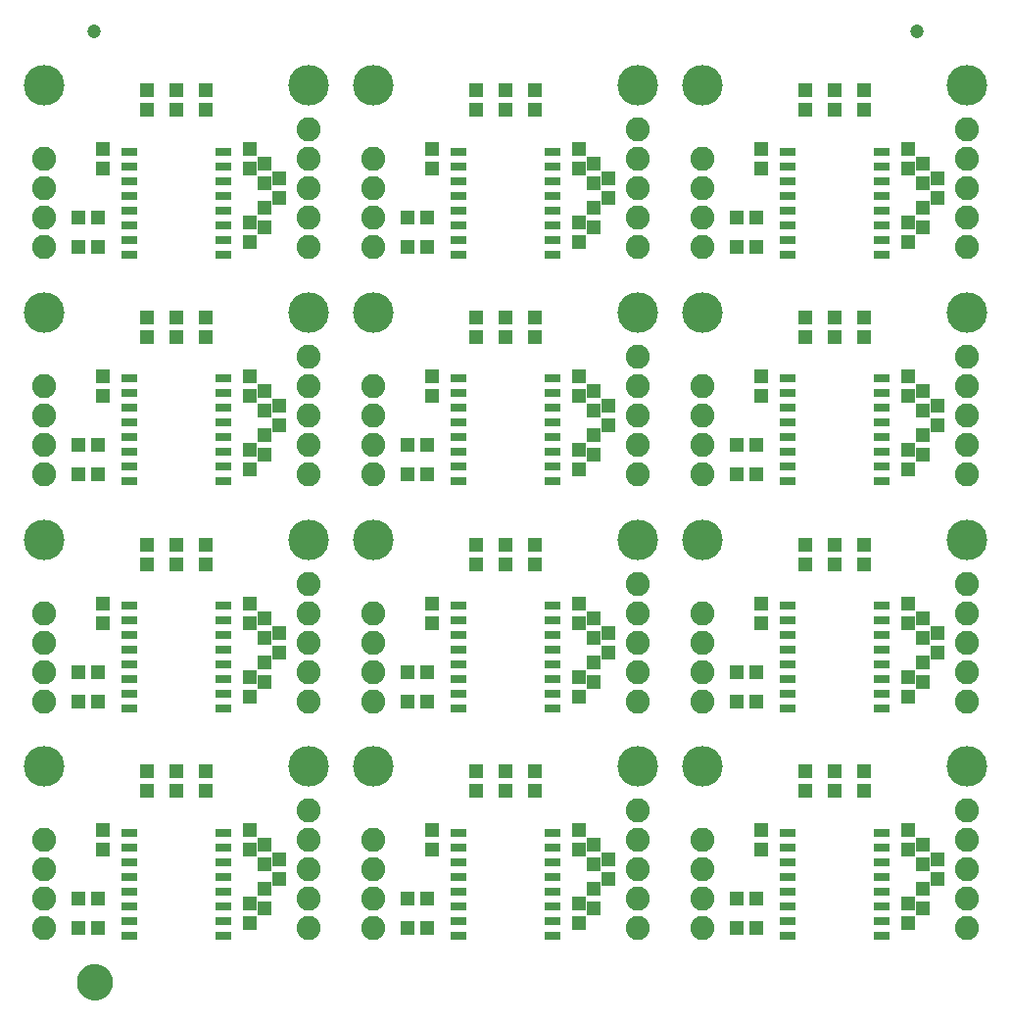
<source format=gts>
G75*
%MOIN*%
%OFA0B0*%
%FSLAX25Y25*%
%IPPOS*%
%LPD*%
%AMOC8*
5,1,8,0,0,1.08239X$1,22.5*
%
%ADD10R,0.04737X0.05131*%
%ADD11R,0.05524X0.03162*%
%ADD12R,0.05131X0.04737*%
%ADD13C,0.08200*%
%ADD14C,0.13800*%
%ADD15C,0.04737*%
%ADD16C,0.05000*%
%ADD17C,0.06706*%
D10*
X0058750Y0065404D03*
X0058750Y0072096D03*
X0073750Y0085404D03*
X0073750Y0092096D03*
X0083750Y0092096D03*
X0083750Y0085404D03*
X0093750Y0085404D03*
X0093750Y0092096D03*
X0108750Y0072096D03*
X0108750Y0065404D03*
X0113750Y0067096D03*
X0118750Y0062096D03*
X0113750Y0060404D03*
X0118750Y0055404D03*
X0113750Y0052096D03*
X0113750Y0045404D03*
X0108750Y0047096D03*
X0108750Y0040404D03*
X0170671Y0065404D03*
X0170671Y0072096D03*
X0185671Y0085404D03*
X0185671Y0092096D03*
X0195671Y0092096D03*
X0195671Y0085404D03*
X0205671Y0085404D03*
X0205671Y0092096D03*
X0220671Y0072096D03*
X0220671Y0065404D03*
X0225671Y0067096D03*
X0230671Y0062096D03*
X0225671Y0060404D03*
X0230671Y0055404D03*
X0225671Y0052096D03*
X0225671Y0045404D03*
X0220671Y0047096D03*
X0220671Y0040404D03*
X0282592Y0065404D03*
X0282592Y0072096D03*
X0297592Y0085404D03*
X0297592Y0092096D03*
X0307592Y0092096D03*
X0307592Y0085404D03*
X0317592Y0085404D03*
X0317592Y0092096D03*
X0332592Y0072096D03*
X0332592Y0065404D03*
X0337592Y0067096D03*
X0342592Y0062096D03*
X0337592Y0060404D03*
X0342592Y0055404D03*
X0337592Y0052096D03*
X0337592Y0045404D03*
X0332592Y0047096D03*
X0332592Y0040404D03*
X0332592Y0117604D03*
X0332592Y0124297D03*
X0337592Y0122604D03*
X0337592Y0129297D03*
X0342592Y0132604D03*
X0342592Y0139297D03*
X0337592Y0137604D03*
X0337592Y0144297D03*
X0332592Y0142604D03*
X0332592Y0149297D03*
X0317592Y0162604D03*
X0317592Y0169297D03*
X0307592Y0169297D03*
X0307592Y0162604D03*
X0297592Y0162604D03*
X0297592Y0169297D03*
X0282592Y0149297D03*
X0282592Y0142604D03*
X0230671Y0139297D03*
X0225671Y0137604D03*
X0225671Y0144297D03*
X0220671Y0142604D03*
X0220671Y0149297D03*
X0230671Y0132604D03*
X0225671Y0129297D03*
X0225671Y0122604D03*
X0220671Y0124297D03*
X0220671Y0117604D03*
X0205671Y0162604D03*
X0205671Y0169297D03*
X0195671Y0169297D03*
X0195671Y0162604D03*
X0185671Y0162604D03*
X0185671Y0169297D03*
X0170671Y0149297D03*
X0170671Y0142604D03*
X0118750Y0139297D03*
X0113750Y0137604D03*
X0113750Y0144297D03*
X0108750Y0142604D03*
X0108750Y0149297D03*
X0118750Y0132604D03*
X0113750Y0129297D03*
X0113750Y0122604D03*
X0108750Y0124297D03*
X0108750Y0117604D03*
X0093750Y0162604D03*
X0093750Y0169297D03*
X0083750Y0169297D03*
X0083750Y0162604D03*
X0073750Y0162604D03*
X0073750Y0169297D03*
X0058750Y0149297D03*
X0058750Y0142604D03*
X0108750Y0194805D03*
X0108750Y0201498D03*
X0113750Y0199805D03*
X0113750Y0206498D03*
X0118750Y0209805D03*
X0118750Y0216498D03*
X0113750Y0214805D03*
X0113750Y0221498D03*
X0108750Y0219805D03*
X0108750Y0226498D03*
X0093750Y0239805D03*
X0093750Y0246498D03*
X0083750Y0246498D03*
X0083750Y0239805D03*
X0073750Y0239805D03*
X0073750Y0246498D03*
X0058750Y0226498D03*
X0058750Y0219805D03*
X0108750Y0272006D03*
X0108750Y0278699D03*
X0113750Y0277006D03*
X0113750Y0283699D03*
X0118750Y0287006D03*
X0118750Y0293699D03*
X0113750Y0292006D03*
X0113750Y0298699D03*
X0108750Y0297006D03*
X0108750Y0303699D03*
X0093750Y0317006D03*
X0093750Y0323699D03*
X0083750Y0323699D03*
X0083750Y0317006D03*
X0073750Y0317006D03*
X0073750Y0323699D03*
X0058750Y0303699D03*
X0058750Y0297006D03*
X0170671Y0297006D03*
X0170671Y0303699D03*
X0185671Y0317006D03*
X0185671Y0323699D03*
X0195671Y0323699D03*
X0195671Y0317006D03*
X0205671Y0317006D03*
X0205671Y0323699D03*
X0220671Y0303699D03*
X0220671Y0297006D03*
X0225671Y0298699D03*
X0225671Y0292006D03*
X0230671Y0293699D03*
X0230671Y0287006D03*
X0225671Y0283699D03*
X0225671Y0277006D03*
X0220671Y0278699D03*
X0220671Y0272006D03*
X0205671Y0246498D03*
X0205671Y0239805D03*
X0195671Y0239805D03*
X0195671Y0246498D03*
X0185671Y0246498D03*
X0185671Y0239805D03*
X0170671Y0226498D03*
X0170671Y0219805D03*
X0220671Y0219805D03*
X0225671Y0221498D03*
X0225671Y0214805D03*
X0230671Y0216498D03*
X0230671Y0209805D03*
X0225671Y0206498D03*
X0225671Y0199805D03*
X0220671Y0201498D03*
X0220671Y0194805D03*
X0220671Y0226498D03*
X0282592Y0226498D03*
X0282592Y0219805D03*
X0297592Y0239805D03*
X0297592Y0246498D03*
X0307592Y0246498D03*
X0307592Y0239805D03*
X0317592Y0239805D03*
X0317592Y0246498D03*
X0332592Y0226498D03*
X0332592Y0219805D03*
X0337592Y0221498D03*
X0337592Y0214805D03*
X0342592Y0216498D03*
X0342592Y0209805D03*
X0337592Y0206498D03*
X0337592Y0199805D03*
X0332592Y0201498D03*
X0332592Y0194805D03*
X0332592Y0272006D03*
X0332592Y0278699D03*
X0337592Y0277006D03*
X0337592Y0283699D03*
X0342592Y0287006D03*
X0342592Y0293699D03*
X0337592Y0292006D03*
X0337592Y0298699D03*
X0332592Y0297006D03*
X0332592Y0303699D03*
X0317592Y0317006D03*
X0317592Y0323699D03*
X0307592Y0323699D03*
X0307592Y0317006D03*
X0297592Y0317006D03*
X0297592Y0323699D03*
X0282592Y0303699D03*
X0282592Y0297006D03*
D11*
X0291569Y0297852D03*
X0291569Y0292852D03*
X0291569Y0287852D03*
X0291569Y0282852D03*
X0291569Y0277852D03*
X0291569Y0272852D03*
X0291569Y0267852D03*
X0323616Y0267852D03*
X0323616Y0272852D03*
X0323616Y0277852D03*
X0323616Y0282852D03*
X0323616Y0287852D03*
X0323616Y0292852D03*
X0323616Y0297852D03*
X0323616Y0302852D03*
X0291569Y0302852D03*
X0211695Y0302852D03*
X0211695Y0297852D03*
X0211695Y0292852D03*
X0211695Y0287852D03*
X0211695Y0282852D03*
X0211695Y0277852D03*
X0211695Y0272852D03*
X0211695Y0267852D03*
X0179648Y0267852D03*
X0179648Y0272852D03*
X0179648Y0277852D03*
X0179648Y0282852D03*
X0179648Y0287852D03*
X0179648Y0292852D03*
X0179648Y0297852D03*
X0179648Y0302852D03*
X0099774Y0302852D03*
X0099774Y0297852D03*
X0099774Y0292852D03*
X0099774Y0287852D03*
X0099774Y0282852D03*
X0099774Y0277852D03*
X0099774Y0272852D03*
X0099774Y0267852D03*
X0067726Y0267852D03*
X0067726Y0272852D03*
X0067726Y0277852D03*
X0067726Y0282852D03*
X0067726Y0287852D03*
X0067726Y0292852D03*
X0067726Y0297852D03*
X0067726Y0302852D03*
X0067726Y0225652D03*
X0067726Y0220652D03*
X0067726Y0215652D03*
X0067726Y0210652D03*
X0067726Y0205652D03*
X0067726Y0200652D03*
X0067726Y0195652D03*
X0067726Y0190652D03*
X0099774Y0190652D03*
X0099774Y0195652D03*
X0099774Y0200652D03*
X0099774Y0205652D03*
X0099774Y0210652D03*
X0099774Y0215652D03*
X0099774Y0220652D03*
X0099774Y0225652D03*
X0179648Y0225652D03*
X0179648Y0220652D03*
X0179648Y0215652D03*
X0179648Y0210652D03*
X0179648Y0205652D03*
X0179648Y0200652D03*
X0179648Y0195652D03*
X0179648Y0190652D03*
X0211695Y0190652D03*
X0211695Y0195652D03*
X0211695Y0200652D03*
X0211695Y0205652D03*
X0211695Y0210652D03*
X0211695Y0215652D03*
X0211695Y0220652D03*
X0211695Y0225652D03*
X0291569Y0225652D03*
X0291569Y0220652D03*
X0291569Y0215652D03*
X0291569Y0210652D03*
X0291569Y0205652D03*
X0291569Y0200652D03*
X0291569Y0195652D03*
X0291569Y0190652D03*
X0323616Y0190652D03*
X0323616Y0195652D03*
X0323616Y0200652D03*
X0323616Y0205652D03*
X0323616Y0210652D03*
X0323616Y0215652D03*
X0323616Y0220652D03*
X0323616Y0225652D03*
X0323616Y0148451D03*
X0323616Y0143451D03*
X0323616Y0138451D03*
X0323616Y0133451D03*
X0323616Y0128451D03*
X0323616Y0123451D03*
X0323616Y0118451D03*
X0323616Y0113451D03*
X0291569Y0113451D03*
X0291569Y0118451D03*
X0291569Y0123451D03*
X0291569Y0128451D03*
X0291569Y0133451D03*
X0291569Y0138451D03*
X0291569Y0143451D03*
X0291569Y0148451D03*
X0211695Y0148451D03*
X0211695Y0143451D03*
X0211695Y0138451D03*
X0211695Y0133451D03*
X0211695Y0128451D03*
X0211695Y0123451D03*
X0211695Y0118451D03*
X0211695Y0113451D03*
X0179648Y0113451D03*
X0179648Y0118451D03*
X0179648Y0123451D03*
X0179648Y0128451D03*
X0179648Y0133451D03*
X0179648Y0138451D03*
X0179648Y0143451D03*
X0179648Y0148451D03*
X0099774Y0148451D03*
X0099774Y0143451D03*
X0099774Y0138451D03*
X0099774Y0133451D03*
X0099774Y0128451D03*
X0099774Y0123451D03*
X0099774Y0118451D03*
X0099774Y0113451D03*
X0067726Y0113451D03*
X0067726Y0118451D03*
X0067726Y0123451D03*
X0067726Y0128451D03*
X0067726Y0133451D03*
X0067726Y0138451D03*
X0067726Y0143451D03*
X0067726Y0148451D03*
X0067726Y0071250D03*
X0067726Y0066250D03*
X0067726Y0061250D03*
X0067726Y0056250D03*
X0067726Y0051250D03*
X0067726Y0046250D03*
X0067726Y0041250D03*
X0067726Y0036250D03*
X0099774Y0036250D03*
X0099774Y0041250D03*
X0099774Y0046250D03*
X0099774Y0051250D03*
X0099774Y0056250D03*
X0099774Y0061250D03*
X0099774Y0066250D03*
X0099774Y0071250D03*
X0179648Y0071250D03*
X0179648Y0066250D03*
X0179648Y0061250D03*
X0179648Y0056250D03*
X0179648Y0051250D03*
X0179648Y0046250D03*
X0179648Y0041250D03*
X0179648Y0036250D03*
X0211695Y0036250D03*
X0211695Y0041250D03*
X0211695Y0046250D03*
X0211695Y0051250D03*
X0211695Y0056250D03*
X0211695Y0061250D03*
X0211695Y0066250D03*
X0211695Y0071250D03*
X0291569Y0071250D03*
X0291569Y0066250D03*
X0291569Y0061250D03*
X0291569Y0056250D03*
X0291569Y0051250D03*
X0291569Y0046250D03*
X0291569Y0041250D03*
X0291569Y0036250D03*
X0323616Y0036250D03*
X0323616Y0041250D03*
X0323616Y0046250D03*
X0323616Y0051250D03*
X0323616Y0056250D03*
X0323616Y0061250D03*
X0323616Y0066250D03*
X0323616Y0071250D03*
D12*
X0280939Y0048750D03*
X0274246Y0048750D03*
X0274246Y0038750D03*
X0280939Y0038750D03*
X0280939Y0115951D03*
X0274246Y0115951D03*
X0274246Y0125951D03*
X0280939Y0125951D03*
X0280939Y0193152D03*
X0274246Y0193152D03*
X0274246Y0203152D03*
X0280939Y0203152D03*
X0280939Y0270352D03*
X0274246Y0270352D03*
X0274246Y0280352D03*
X0280939Y0280352D03*
X0169018Y0280352D03*
X0162325Y0280352D03*
X0162325Y0270352D03*
X0169018Y0270352D03*
X0169018Y0203152D03*
X0162325Y0203152D03*
X0162325Y0193152D03*
X0169018Y0193152D03*
X0169018Y0125951D03*
X0162325Y0125951D03*
X0162325Y0115951D03*
X0169018Y0115951D03*
X0169018Y0048750D03*
X0162325Y0048750D03*
X0162325Y0038750D03*
X0169018Y0038750D03*
X0057096Y0038750D03*
X0050404Y0038750D03*
X0050404Y0048750D03*
X0057096Y0048750D03*
X0057096Y0115951D03*
X0050404Y0115951D03*
X0050404Y0125951D03*
X0057096Y0125951D03*
X0057096Y0193152D03*
X0050404Y0193152D03*
X0050404Y0203152D03*
X0057096Y0203152D03*
X0057096Y0270352D03*
X0050404Y0270352D03*
X0050404Y0280352D03*
X0057096Y0280352D03*
D13*
X0038750Y0038750D03*
X0038750Y0048750D03*
X0038750Y0058750D03*
X0038750Y0068750D03*
X0038750Y0115951D03*
X0038750Y0125951D03*
X0038750Y0135951D03*
X0038750Y0145951D03*
X0038750Y0193152D03*
X0038750Y0203152D03*
X0038750Y0213152D03*
X0038750Y0223152D03*
X0038750Y0270352D03*
X0038750Y0280352D03*
X0038750Y0290352D03*
X0038750Y0300352D03*
X0128750Y0300352D03*
X0128750Y0310352D03*
X0128750Y0290352D03*
X0128750Y0280352D03*
X0128750Y0270352D03*
X0150671Y0270352D03*
X0150671Y0280352D03*
X0150671Y0290352D03*
X0150671Y0300352D03*
X0128750Y0233152D03*
X0128750Y0223152D03*
X0128750Y0213152D03*
X0128750Y0203152D03*
X0128750Y0193152D03*
X0150671Y0193152D03*
X0150671Y0203152D03*
X0150671Y0213152D03*
X0150671Y0223152D03*
X0128750Y0155951D03*
X0128750Y0145951D03*
X0128750Y0135951D03*
X0128750Y0125951D03*
X0128750Y0115951D03*
X0150671Y0115951D03*
X0150671Y0125951D03*
X0150671Y0135951D03*
X0150671Y0145951D03*
X0128750Y0078750D03*
X0128750Y0068750D03*
X0128750Y0058750D03*
X0128750Y0048750D03*
X0128750Y0038750D03*
X0150671Y0038750D03*
X0150671Y0048750D03*
X0150671Y0058750D03*
X0150671Y0068750D03*
X0240671Y0068750D03*
X0240671Y0078750D03*
X0240671Y0058750D03*
X0240671Y0048750D03*
X0240671Y0038750D03*
X0262592Y0038750D03*
X0262592Y0048750D03*
X0262592Y0058750D03*
X0262592Y0068750D03*
X0262592Y0115951D03*
X0262592Y0125951D03*
X0262592Y0135951D03*
X0262592Y0145951D03*
X0240671Y0145951D03*
X0240671Y0155951D03*
X0240671Y0135951D03*
X0240671Y0125951D03*
X0240671Y0115951D03*
X0240671Y0193152D03*
X0240671Y0203152D03*
X0240671Y0213152D03*
X0240671Y0223152D03*
X0240671Y0233152D03*
X0262592Y0223152D03*
X0262592Y0213152D03*
X0262592Y0203152D03*
X0262592Y0193152D03*
X0262592Y0270352D03*
X0262592Y0280352D03*
X0262592Y0290352D03*
X0262592Y0300352D03*
X0240671Y0300352D03*
X0240671Y0310352D03*
X0240671Y0290352D03*
X0240671Y0280352D03*
X0240671Y0270352D03*
X0352592Y0270352D03*
X0352592Y0280352D03*
X0352592Y0290352D03*
X0352592Y0300352D03*
X0352592Y0310352D03*
X0352592Y0233152D03*
X0352592Y0223152D03*
X0352592Y0213152D03*
X0352592Y0203152D03*
X0352592Y0193152D03*
X0352592Y0155951D03*
X0352592Y0145951D03*
X0352592Y0135951D03*
X0352592Y0125951D03*
X0352592Y0115951D03*
X0352592Y0078750D03*
X0352592Y0068750D03*
X0352592Y0058750D03*
X0352592Y0048750D03*
X0352592Y0038750D03*
D14*
X0352592Y0093750D03*
X0352592Y0170951D03*
X0352592Y0248152D03*
X0352592Y0325352D03*
X0262592Y0325352D03*
X0240671Y0325352D03*
X0240671Y0248152D03*
X0262592Y0248152D03*
X0262592Y0170951D03*
X0240671Y0170951D03*
X0240671Y0093750D03*
X0262592Y0093750D03*
X0150671Y0093750D03*
X0128750Y0093750D03*
X0128750Y0170951D03*
X0150671Y0170951D03*
X0150671Y0248152D03*
X0128750Y0248152D03*
X0128750Y0325352D03*
X0150671Y0325352D03*
X0038750Y0325352D03*
X0038750Y0248152D03*
X0038750Y0170951D03*
X0038750Y0093750D03*
D15*
X0055750Y0343803D03*
X0335514Y0343803D03*
D16*
X0052185Y0020500D02*
X0052187Y0020619D01*
X0052193Y0020738D01*
X0052203Y0020857D01*
X0052217Y0020975D01*
X0052235Y0021093D01*
X0052256Y0021210D01*
X0052282Y0021326D01*
X0052312Y0021442D01*
X0052345Y0021556D01*
X0052382Y0021669D01*
X0052423Y0021781D01*
X0052468Y0021892D01*
X0052516Y0022001D01*
X0052568Y0022108D01*
X0052624Y0022213D01*
X0052683Y0022317D01*
X0052745Y0022418D01*
X0052811Y0022518D01*
X0052880Y0022615D01*
X0052952Y0022709D01*
X0053028Y0022802D01*
X0053106Y0022891D01*
X0053187Y0022978D01*
X0053272Y0023063D01*
X0053359Y0023144D01*
X0053448Y0023222D01*
X0053541Y0023298D01*
X0053635Y0023370D01*
X0053732Y0023439D01*
X0053832Y0023505D01*
X0053933Y0023567D01*
X0054037Y0023626D01*
X0054142Y0023682D01*
X0054249Y0023734D01*
X0054358Y0023782D01*
X0054469Y0023827D01*
X0054581Y0023868D01*
X0054694Y0023905D01*
X0054808Y0023938D01*
X0054924Y0023968D01*
X0055040Y0023994D01*
X0055157Y0024015D01*
X0055275Y0024033D01*
X0055393Y0024047D01*
X0055512Y0024057D01*
X0055631Y0024063D01*
X0055750Y0024065D01*
X0055869Y0024063D01*
X0055988Y0024057D01*
X0056107Y0024047D01*
X0056225Y0024033D01*
X0056343Y0024015D01*
X0056460Y0023994D01*
X0056576Y0023968D01*
X0056692Y0023938D01*
X0056806Y0023905D01*
X0056919Y0023868D01*
X0057031Y0023827D01*
X0057142Y0023782D01*
X0057251Y0023734D01*
X0057358Y0023682D01*
X0057463Y0023626D01*
X0057567Y0023567D01*
X0057668Y0023505D01*
X0057768Y0023439D01*
X0057865Y0023370D01*
X0057959Y0023298D01*
X0058052Y0023222D01*
X0058141Y0023144D01*
X0058228Y0023063D01*
X0058313Y0022978D01*
X0058394Y0022891D01*
X0058472Y0022802D01*
X0058548Y0022709D01*
X0058620Y0022615D01*
X0058689Y0022518D01*
X0058755Y0022418D01*
X0058817Y0022317D01*
X0058876Y0022213D01*
X0058932Y0022108D01*
X0058984Y0022001D01*
X0059032Y0021892D01*
X0059077Y0021781D01*
X0059118Y0021669D01*
X0059155Y0021556D01*
X0059188Y0021442D01*
X0059218Y0021326D01*
X0059244Y0021210D01*
X0059265Y0021093D01*
X0059283Y0020975D01*
X0059297Y0020857D01*
X0059307Y0020738D01*
X0059313Y0020619D01*
X0059315Y0020500D01*
X0059313Y0020381D01*
X0059307Y0020262D01*
X0059297Y0020143D01*
X0059283Y0020025D01*
X0059265Y0019907D01*
X0059244Y0019790D01*
X0059218Y0019674D01*
X0059188Y0019558D01*
X0059155Y0019444D01*
X0059118Y0019331D01*
X0059077Y0019219D01*
X0059032Y0019108D01*
X0058984Y0018999D01*
X0058932Y0018892D01*
X0058876Y0018787D01*
X0058817Y0018683D01*
X0058755Y0018582D01*
X0058689Y0018482D01*
X0058620Y0018385D01*
X0058548Y0018291D01*
X0058472Y0018198D01*
X0058394Y0018109D01*
X0058313Y0018022D01*
X0058228Y0017937D01*
X0058141Y0017856D01*
X0058052Y0017778D01*
X0057959Y0017702D01*
X0057865Y0017630D01*
X0057768Y0017561D01*
X0057668Y0017495D01*
X0057567Y0017433D01*
X0057463Y0017374D01*
X0057358Y0017318D01*
X0057251Y0017266D01*
X0057142Y0017218D01*
X0057031Y0017173D01*
X0056919Y0017132D01*
X0056806Y0017095D01*
X0056692Y0017062D01*
X0056576Y0017032D01*
X0056460Y0017006D01*
X0056343Y0016985D01*
X0056225Y0016967D01*
X0056107Y0016953D01*
X0055988Y0016943D01*
X0055869Y0016937D01*
X0055750Y0016935D01*
X0055631Y0016937D01*
X0055512Y0016943D01*
X0055393Y0016953D01*
X0055275Y0016967D01*
X0055157Y0016985D01*
X0055040Y0017006D01*
X0054924Y0017032D01*
X0054808Y0017062D01*
X0054694Y0017095D01*
X0054581Y0017132D01*
X0054469Y0017173D01*
X0054358Y0017218D01*
X0054249Y0017266D01*
X0054142Y0017318D01*
X0054037Y0017374D01*
X0053933Y0017433D01*
X0053832Y0017495D01*
X0053732Y0017561D01*
X0053635Y0017630D01*
X0053541Y0017702D01*
X0053448Y0017778D01*
X0053359Y0017856D01*
X0053272Y0017937D01*
X0053187Y0018022D01*
X0053106Y0018109D01*
X0053028Y0018198D01*
X0052952Y0018291D01*
X0052880Y0018385D01*
X0052811Y0018482D01*
X0052745Y0018582D01*
X0052683Y0018683D01*
X0052624Y0018787D01*
X0052568Y0018892D01*
X0052516Y0018999D01*
X0052468Y0019108D01*
X0052423Y0019219D01*
X0052382Y0019331D01*
X0052345Y0019444D01*
X0052312Y0019558D01*
X0052282Y0019674D01*
X0052256Y0019790D01*
X0052235Y0019907D01*
X0052217Y0020025D01*
X0052203Y0020143D01*
X0052193Y0020262D01*
X0052187Y0020381D01*
X0052185Y0020500D01*
D17*
X0055750Y0020500D03*
M02*

</source>
